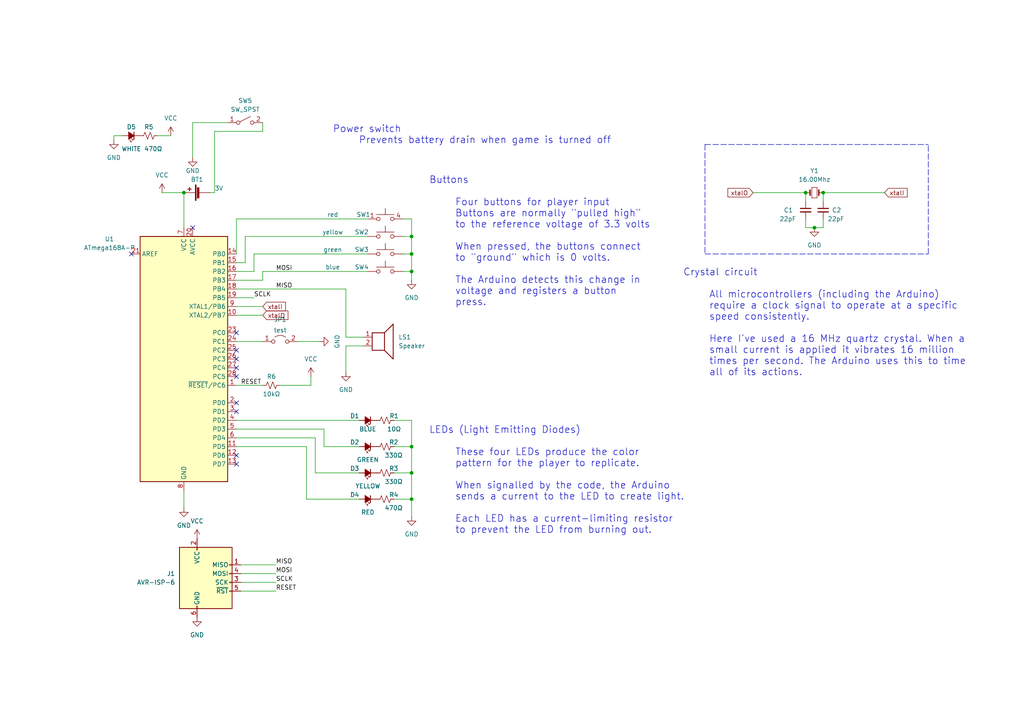
<source format=kicad_sch>
(kicad_sch (version 20211123) (generator eeschema)
  (paper "A4")
  (title_block (title "Simon Game") (date "2022-03-24") (company "by MIke Fischthal"))
  (lib_symbols
    (symbol "Connector:AVR-ISP-6" (pin_names (offset 1.016))
      (property "Reference" "J" (at -6.35 11.43 0))
      (property "Value" "AVR-ISP-6" (at 0 11.43 0))
      (symbol "AVR-ISP-6_0_1"
        (rectangle (start -2.667 -6.858) (end -2.413 -7.62))
        (rectangle (start -2.667 10.16) (end -2.413 9.398))
        (rectangle (start 7.62 -2.413) (end 6.858 -2.667))
        (rectangle (start 7.62 0.127) (end 6.858 -0.127))
        (rectangle (start 7.62 2.667) (end 6.858 2.413))
        (rectangle (start 7.62 5.207) (end 6.858 4.953))
        (rectangle (start 7.62 10.16) (end -7.62 -7.62) (stroke (width 0.254)) (fill (type background)))
      )
      (symbol "AVR-ISP-6_1_1"
        (pin passive line (at 10.16 5.08 180) (length 2.54) (name "MISO") (number "1"))
        (pin passive line (at -2.54 12.7 270) (length 2.54) (name "VCC") (number "2"))
        (pin passive line (at 10.16 0 180) (length 2.54) (name "SCK") (number "3"))
        (pin passive line (at 10.16 2.54 180) (length 2.54) (name "MOSI") (number "4"))
        (pin passive line (at 10.16 -2.54 180) (length 2.54) (name "~{RST}") (number "5"))
        (pin passive line (at -2.54 -10.16 90) (length 2.54) (name "GND") (number "6"))
      )
    )
    (symbol "Device:Battery_Cell" (pin_numbers hide) (pin_names (offset 0) hide)
      (property "Reference" "BT" (at 2.54 2.54 0))
      (property "Value" "Battery_Cell" (at 2.54 0 0))
      (symbol "Battery_Cell_0_1"
        (rectangle (start -2.286 1.778) (end 2.286 1.524) (fill (type outline)))
        (rectangle (start -1.5748 1.1938) (end 1.4732 0.6858) (fill (type outline)))
        (polyline (pts (xy 0 0.762) (xy 0 0)))
        (polyline (pts (xy 0 1.778) (xy 0 2.54)))
        (polyline (pts (xy 0.508 3.429) (xy 1.524 3.429)) (stroke (width 0.254)))
        (polyline (pts (xy 1.016 3.937) (xy 1.016 2.921)) (stroke (width 0.254)))
      )
      (symbol "Battery_Cell_1_1"
        (pin passive line (at 0 5.08 270) (length 2.54) (name "+") (number "1"))
        (pin passive line (at 0 -2.54 90) (length 2.54) (name "-") (number "2"))
      )
    )
    (symbol "Device:C_Small" (pin_numbers hide) (pin_names (offset 0.254) hide)
      (property "Reference" "C" (at 0.254 1.778 0))
      (property "Value" "C_Small" (at 0.254 -2.032 0))
      (symbol "C_Small_0_1"
        (polyline (pts (xy -1.524 -0.508) (xy 1.524 -0.508)) (stroke (width 0.3302)))
        (polyline (pts (xy -1.524 0.508) (xy 1.524 0.508)) (stroke (width 0.3048)))
      )
      (symbol "C_Small_1_1"
        (pin passive line (at 0 2.54 270) (length 2.032) (name "~") (number "1"))
        (pin passive line (at 0 -2.54 90) (length 2.032) (name "~") (number "2"))
      )
    )
    (symbol "Device:Crystal_Small" (pin_numbers hide) (pin_names (offset 1.016) hide)
      (property "Reference" "Y" (at 0 2.54 0))
      (property "Value" "Crystal_Small" (at 0 -2.54 0))
      (symbol "Crystal_Small_0_1"
        (rectangle (start -0.762 -1.524) (end 0.762 1.524))
        (polyline (pts (xy -1.27 -0.762) (xy -1.27 0.762)) (stroke (width 0.381)))
        (polyline (pts (xy 1.27 -0.762) (xy 1.27 0.762)) (stroke (width 0.381)))
      )
      (symbol "Crystal_Small_1_1"
        (pin passive line (at -2.54 0 0) (length 1.27) (name "1") (number "1"))
        (pin passive line (at 2.54 0 180) (length 1.27) (name "2") (number "2"))
      )
    )
    (symbol "Device:LED_Small_Filled" (pin_numbers hide) (pin_names (offset 0.254) hide)
      (property "Reference" "D" (at -1.27 3.175 0))
      (property "Value" "LED_Small_Filled" (at -4.445 -2.54 0))
      (symbol "LED_Small_Filled_0_1"
        (polyline (pts (xy -0.762 -1.016) (xy -0.762 1.016)) (stroke (width 0.254)))
        (polyline (pts (xy 1.016 0) (xy -0.762 0)))
        (polyline (pts (xy 0.762 -1.016) (xy -0.762 0) (xy 0.762 1.016) (xy 0.762 -1.016)) (stroke (width 0.254)) (fill (type outline)))
        (polyline (pts (xy 0 0.762) (xy -0.508 1.27) (xy -0.254 1.27) (xy -0.508 1.27) (xy -0.508 1.016)))
        (polyline (pts (xy 0.508 1.27) (xy 0 1.778) (xy 0.254 1.778) (xy 0 1.778) (xy 0 1.524)))
      )
      (symbol "LED_Small_Filled_1_1"
        (pin passive line (at -2.54 0 0) (length 1.778) (name "K") (number "1"))
        (pin passive line (at 2.54 0 180) (length 1.778) (name "A") (number "2"))
      )
    )
    (symbol "Device:R_Small_US" (pin_numbers hide) (pin_names (offset 0.254) hide)
      (property "Reference" "R" (at 0.762 0.508 0))
      (property "Value" "R_Small_US" (at 0.762 -1.016 0))
      (symbol "R_Small_US_1_1"
        (polyline (pts (xy 0 0) (xy 1.016 -0.381) (xy 0 -0.762) (xy -1.016 -1.143) (xy 0 -1.524)))
        (polyline (pts (xy 0 1.524) (xy 1.016 1.143) (xy 0 0.762) (xy -1.016 0.381) (xy 0 0)))
        (pin passive line (at 0 2.54 270) (length 1.016) (name "~") (number "1"))
        (pin passive line (at 0 -2.54 90) (length 1.016) (name "~") (number "2"))
      )
    )
    (symbol "Device:Speaker" (pin_names (offset 0) hide)
      (property "Reference" "LS" (at 1.27 5.715 0))
      (property "Value" "Speaker" (at 1.27 3.81 0))
      (symbol "Speaker_0_0"
        (rectangle (start -2.54 1.27) (end 1.016 -3.81) (stroke (width 0.254)))
        (polyline (pts (xy 1.016 1.27) (xy 3.556 3.81) (xy 3.556 -6.35) (xy 1.016 -3.81)) (stroke (width 0.254)))
      )
      (symbol "Speaker_1_1"
        (pin input line (at -5.08 0 0) (length 2.54) (name "1") (number "1"))
        (pin input line (at -5.08 -2.54 0) (length 2.54) (name "2") (number "2"))
      )
    )
    (symbol "Jumper:Jumper_2_Open" (pin_names (offset 0) hide)
      (property "Reference" "JP" (at 0 2.794 0))
      (property "Value" "Jumper_2_Open" (at 0 -2.286 0))
      (symbol "Jumper_2_Open_0_0"
        (circle (center -2.032 0) (radius 0.508))
        (circle (center 2.032 0) (radius 0.508))
      )
      (symbol "Jumper_2_Open_0_1"
        (arc (start 1.524 1.27) (mid 0 1.778) (end -1.524 1.27))
      )
      (symbol "Jumper_2_Open_1_1"
        (pin passive line (at -5.08 0 0) (length 2.54) (name "A") (number "1"))
        (pin passive line (at 5.08 0 180) (length 2.54) (name "B") (number "2"))
      )
    )
    (symbol "MCU_Microchip_ATmega:ATmega168A-P"
      (property "Reference" "U" (at -12.7 36.83 0))
      (property "Value" "ATmega168A-P" (at 2.54 -36.83 0))
      (symbol "ATmega168A-P_0_1"
        (rectangle (start -12.7 -35.56) (end 12.7 35.56) (stroke (width 0.254)) (fill (type background)))
      )
      (symbol "ATmega168A-P_1_1"
        (pin bidirectional line (at 15.24 -7.62 180) (length 2.54) (name "~{RESET}/PC6") (number "1"))
        (pin bidirectional line (at 15.24 12.7 180) (length 2.54) (name "XTAL2/PB7") (number "10"))
        (pin bidirectional line (at 15.24 -25.4 180) (length 2.54) (name "PD5") (number "11"))
        (pin bidirectional line (at 15.24 -27.94 180) (length 2.54) (name "PD6") (number "12"))
        (pin bidirectional line (at 15.24 -30.48 180) (length 2.54) (name "PD7") (number "13"))
        (pin bidirectional line (at 15.24 30.48 180) (length 2.54) (name "PB0") (number "14"))
        (pin bidirectional line (at 15.24 27.94 180) (length 2.54) (name "PB1") (number "15"))
        (pin bidirectional line (at 15.24 25.4 180) (length 2.54) (name "PB2") (number "16"))
        (pin bidirectional line (at 15.24 22.86 180) (length 2.54) (name "PB3") (number "17"))
        (pin bidirectional line (at 15.24 20.32 180) (length 2.54) (name "PB4") (number "18"))
        (pin bidirectional line (at 15.24 17.78 180) (length 2.54) (name "PB5") (number "19"))
        (pin bidirectional line (at 15.24 -12.7 180) (length 2.54) (name "PD0") (number "2"))
        (pin power_in line (at 2.54 38.1 270) (length 2.54) (name "AVCC") (number "20"))
        (pin passive line (at -15.24 30.48 0) (length 2.54) (name "AREF") (number "21"))
        (pin passive line (at 0 -38.1 90) (length 2.54) hide (name "GND") (number "22"))
        (pin bidirectional line (at 15.24 7.62 180) (length 2.54) (name "PC0") (number "23"))
        (pin bidirectional line (at 15.24 5.08 180) (length 2.54) (name "PC1") (number "24"))
        (pin bidirectional line (at 15.24 2.54 180) (length 2.54) (name "PC2") (number "25"))
        (pin bidirectional line (at 15.24 0 180) (length 2.54) (name "PC3") (number "26"))
        (pin bidirectional line (at 15.24 -2.54 180) (length 2.54) (name "PC4") (number "27"))
        (pin bidirectional line (at 15.24 -5.08 180) (length 2.54) (name "PC5") (number "28"))
        (pin bidirectional line (at 15.24 -15.24 180) (length 2.54) (name "PD1") (number "3"))
        (pin bidirectional line (at 15.24 -17.78 180) (length 2.54) (name "PD2") (number "4"))
        (pin bidirectional line (at 15.24 -20.32 180) (length 2.54) (name "PD3") (number "5"))
        (pin bidirectional line (at 15.24 -22.86 180) (length 2.54) (name "PD4") (number "6"))
        (pin power_in line (at 0 38.1 270) (length 2.54) (name "VCC") (number "7"))
        (pin power_in line (at 0 -38.1 90) (length 2.54) (name "GND") (number "8"))
        (pin bidirectional line (at 15.24 15.24 180) (length 2.54) (name "XTAL1/PB6") (number "9"))
      )
    )
    (symbol "SW_Push_1" (pin_names (offset 1.016) hide)
      (property "Reference" "SW1" (at -6.35 1.27 0))
      (property "Value" "SW_Push_1" (at -15.24 1.27 0))
      (symbol "SW_Push_1_0_1"
        (circle (center -2.032 0) (radius 0.508))
        (polyline (pts (xy 0 1.27) (xy 0 3.048)))
        (polyline (pts (xy 2.54 1.27) (xy -2.54 1.27)))
        (circle (center 2.032 0) (radius 0.508))
        (pin passive line (at -5.08 0 0) (length 2.54) (name "1") (number "1"))
        (pin passive line (at 5.08 0 180) (length 2.54) (name "2") (number "4"))
      )
    )
    (symbol "SW_Push_2" (pin_numbers hide) (pin_names (offset 1.016) hide)
      (property "Reference" "SW2" (at -8.89 1.27 0))
      (property "Value" "SW_Push_2" (at -15.24 -3.81 0))
      (symbol "SW_Push_2_0_1"
        (circle (center -2.032 0) (radius 0.508))
        (polyline (pts (xy 0 1.27) (xy 0 3.048)))
        (polyline (pts (xy 2.54 1.27) (xy -2.54 1.27)))
        (circle (center 2.032 0) (radius 0.508))
        (pin passive line (at -5.08 0 0) (length 2.54) (name "1") (number "1"))
        (pin passive line (at 5.08 0 180) (length 2.54) (name "2") (number "4"))
      )
    )
    (symbol "SW_Push_3" (pin_numbers hide) (pin_names (offset 1.016) hide)
      (property "Reference" "SW3" (at -8.89 1.27 0))
      (property "Value" "SW_Push_3" (at -15.24 6.35 0))
      (symbol "SW_Push_3_0_1"
        (circle (center -2.032 0) (radius 0.508))
        (polyline (pts (xy 0 1.27) (xy 0 3.048)))
        (polyline (pts (xy 2.54 1.27) (xy -2.54 1.27)))
        (circle (center 2.032 0) (radius 0.508))
        (pin passive line (at -5.08 0 0) (length 2.54) (name "1") (number "1"))
        (pin passive line (at 5.08 0 180) (length 2.54) (name "2") (number "4"))
      )
    )
    (symbol "Switch:SW_Push" (pin_numbers hide) (pin_names (offset 1.016) hide)
      (property "Reference" "SW4" (at -8.89 1.27 0))
      (property "Value" "blue" (at -15.24 1.27 0))
      (symbol "SW_Push_0_1"
        (circle (center -2.032 0) (radius 0.508))
        (polyline (pts (xy 0 1.27) (xy 0 3.048)))
        (polyline (pts (xy 2.54 1.27) (xy -2.54 1.27)))
        (circle (center 2.032 0) (radius 0.508))
        (pin passive line (at -5.08 0 0) (length 2.54) (name "1") (number "1"))
        (pin passive line (at 5.08 0 180) (length 2.54) (name "2") (number "4"))
      )
    )
    (symbol "Switch:SW_SPST" (pin_names (offset 0) hide)
      (property "Reference" "SW" (at 0 3.175 0))
      (property "Value" "SW_SPST" (at 0 -2.54 0))
      (symbol "SW_SPST_0_0"
        (circle (center -2.032 0) (radius 0.508))
        (polyline (pts (xy -1.524 0.254) (xy 1.524 1.778)))
        (circle (center 2.032 0) (radius 0.508))
      )
      (symbol "SW_SPST_1_1"
        (pin passive line (at -5.08 0 0) (length 2.54) (name "A") (number "1"))
        (pin passive line (at 5.08 0 180) (length 2.54) (name "B") (number "2"))
      )
    )
    (symbol "power:GND" (power) (pin_names (offset 0))
      (property "Value" "GND" (at 0 -3.81 0))
      (symbol "GND_0_1"
        (polyline (pts (xy 0 0) (xy 0 -1.27) (xy 1.27 -1.27) (xy 0 -2.54) (xy -1.27 -1.27) (xy 0 -1.27)))
      )
      (symbol "GND_1_1"
        (pin power_in line (at 0 0 270) (length 0) hide (name "GND") (number "1"))
      )
    )
    (symbol "power:VCC" (power) (pin_names (offset 0))
      (property "Value" "VCC" (at 0 3.81 0))
      (symbol "VCC_0_1"
        (polyline (pts (xy -0.762 1.27) (xy 0 2.54)))
        (polyline (pts (xy 0 0) (xy 0 2.54)))
        (polyline (pts (xy 0 2.54) (xy 0.762 1.27)))
      )
      (symbol "VCC_1_1"
        (pin power_in line (at 0 0 90) (length 0) hide (name "VCC") (number "1"))
      )
    )
  )
  (junction (at 119.38 144.78))
  (junction (at 238.76 55.88))
  (junction (at 233.68 55.88))
  (junction (at 53.34 55.88))
  (junction (at 119.38 137.16))
  (junction (at 119.38 73.66))
  (junction (at 119.38 129.54))
  (junction (at 119.38 78.74))
  (junction (at 236.22 66.04))
  (junction (at 119.38 68.58))
  (no_connect (at 68.58 132.08))
  (no_connect (at 68.58 104.14))
  (no_connect (at 68.58 106.68))
  (no_connect (at 68.58 109.22))
  (no_connect (at 68.58 116.84))
  (no_connect (at 68.58 119.38))
  (no_connect (at 68.58 134.62))
  (no_connect (at 55.88 66.04))
  (no_connect (at 68.58 96.52))
  (no_connect (at 38.1 73.66))
  (no_connect (at 68.58 101.6))
  (wire (pts (xy 68.58 111.76) (xy 76.2 111.76)))
  (wire (pts (xy 93.98 124.46) (xy 93.98 129.54)))
  (wire (pts (xy 68.58 124.46) (xy 93.98 124.46)))
  (wire (pts (xy 91.44 137.16) (xy 104.14 137.16)))
  (wire (pts (xy 233.68 55.88) (xy 233.68 58.42)))
  (wire (pts (xy 116.84 73.66) (xy 119.38 73.66)))
  (wire (pts (xy 91.44 127) (xy 91.44 137.16)))
  (wire (pts (xy 119.38 78.74) (xy 119.38 81.28)))
  (wire (pts (xy 86.36 99.06) (xy 92.71 99.06)))
  (wire (pts (xy 73.66 73.66) (xy 73.66 78.74)))
  (wire (pts (xy 69.85 166.37) (xy 80.01 166.37)))
  (polyline (pts (xy 204.47 41.91) (xy 204.47 73.66)))
  (wire (pts (xy 53.34 55.88) (xy 53.34 66.04)))
  (wire (pts (xy 71.12 68.58) (xy 71.12 76.2)))
  (wire (pts (xy 46.99 55.88) (xy 53.34 55.88)))
  (wire (pts (xy 119.38 68.58) (xy 119.38 73.66)))
  (wire (pts (xy 106.68 63.5) (xy 68.58 63.5)))
  (wire (pts (xy 116.84 68.58) (xy 119.38 68.58)))
  (wire (pts (xy 53.34 142.24) (xy 53.34 147.32)))
  (wire (pts (xy 69.85 171.45) (xy 80.01 171.45)))
  (wire (pts (xy 119.38 137.16) (xy 119.38 144.78)))
  (wire (pts (xy 68.58 121.92) (xy 104.14 121.92)))
  (wire (pts (xy 68.58 88.9) (xy 76.2 88.9)))
  (wire (pts (xy 119.38 121.92) (xy 119.38 129.54)))
  (wire (pts (xy 119.38 144.78) (xy 119.38 149.86)))
  (wire (pts (xy 69.85 168.91) (xy 80.01 168.91)))
  (wire (pts (xy 233.68 55.88) (xy 218.44 55.88)))
  (wire (pts (xy 76.2 78.74) (xy 76.2 81.28)))
  (wire (pts (xy 114.3 129.54) (xy 119.38 129.54)))
  (wire (pts (xy 60.96 55.88) (xy 62.23 55.88)))
  (polyline (pts (xy 204.47 73.66) (xy 269.24 73.66)))
  (polyline (pts (xy 269.24 73.66) (xy 269.24 41.91)))
  (wire (pts (xy 81.28 111.76) (xy 90.17 111.76)))
  (wire (pts (xy 62.23 38.1) (xy 76.2 38.1)))
  (wire (pts (xy 236.22 66.04) (xy 238.76 66.04)))
  (wire (pts (xy 68.58 129.54) (xy 88.9 129.54)))
  (wire (pts (xy 233.68 63.5) (xy 233.68 66.04)))
  (wire (pts (xy 106.68 78.74) (xy 76.2 78.74)))
  (wire (pts (xy 88.9 129.54) (xy 88.9 144.78)))
  (wire (pts (xy 238.76 55.88) (xy 238.76 58.42)))
  (wire (pts (xy 100.33 83.82) (xy 100.33 97.79)))
  (wire (pts (xy 238.76 63.5) (xy 238.76 66.04)))
  (wire (pts (xy 73.66 78.74) (xy 68.58 78.74)))
  (wire (pts (xy 69.85 163.83) (xy 80.01 163.83)))
  (wire (pts (xy 119.38 129.54) (xy 119.38 137.16)))
  (wire (pts (xy 114.3 137.16) (xy 119.38 137.16)))
  (wire (pts (xy 62.23 38.1) (xy 62.23 55.88)))
  (wire (pts (xy 68.58 99.06) (xy 76.2 99.06)))
  (wire (pts (xy 100.33 97.79) (xy 105.41 97.79)))
  (wire (pts (xy 88.9 144.78) (xy 104.14 144.78)))
  (wire (pts (xy 93.98 129.54) (xy 104.14 129.54)))
  (wire (pts (xy 116.84 63.5) (xy 119.38 63.5)))
  (wire (pts (xy 90.17 109.22) (xy 90.17 111.76)))
  (wire (pts (xy 119.38 73.66) (xy 119.38 78.74)))
  (wire (pts (xy 55.88 35.56) (xy 55.88 45.72)))
  (wire (pts (xy 76.2 81.28) (xy 68.58 81.28)))
  (wire (pts (xy 105.41 100.33) (xy 100.33 100.33)))
  (wire (pts (xy 68.58 127) (xy 91.44 127)))
  (wire (pts (xy 66.04 35.56) (xy 55.88 35.56)))
  (wire (pts (xy 76.2 91.44) (xy 68.58 91.44)))
  (wire (pts (xy 114.3 121.92) (xy 119.38 121.92)))
  (wire (pts (xy 106.68 73.66) (xy 73.66 73.66)))
  (wire (pts (xy 106.68 68.58) (xy 71.12 68.58)))
  (polyline (pts (xy 204.47 41.91) (xy 269.24 41.91)))
  (wire (pts (xy 233.68 66.04) (xy 236.22 66.04)))
  (wire (pts (xy 238.76 55.88) (xy 256.54 55.88)))
  (wire (pts (xy 35.56 39.37) (xy 33.02 39.37)))
  (wire (pts (xy 100.33 100.33) (xy 100.33 107.95)))
  (wire (pts (xy 116.84 78.74) (xy 119.38 78.74)))
  (wire (pts (xy 114.3 144.78) (xy 119.38 144.78)))
  (wire (pts (xy 68.58 86.36) (xy 73.66 86.36)))
  (wire (pts (xy 68.58 83.82) (xy 100.33 83.82)))
  (wire (pts (xy 71.12 76.2) (xy 68.58 76.2)))
  (wire (pts (xy 68.58 63.5) (xy 68.58 73.66)))
  (wire (pts (xy 45.72 39.37) (xy 49.53 39.37)))
  (wire (pts (xy 33.02 39.37) (xy 33.02 40.64)))
  (wire (pts (xy 119.38 63.5) (xy 119.38 68.58)))
  (wire (pts (xy 76.2 35.56) (xy 76.2 38.1)))
  (text "Buttons\n\n	Four buttons for player input\n	Buttons are normally \"pulled high\"\n	to the reference voltage of 3.3 volts\n\n	When pressed, the buttons connect\n	to \"ground\" which is 0 volts.\n\n	The Arduino detects this change in \n	voltage and registers a button\n	press." (at 124.46 88.9 0) (effects (font (size 2 2)) (justify left bottom)))
  (text "LEDs (Light Emitting Diodes)\n\n	These four LEDs produce the color\n	pattern for the player to replicate.\n	\n	When signalled by the code, the Arduino\n	sends a current to the LED to create light.\n\n	Each LED has a current-limiting resistor\n	to prevent the LED from burning out." (at 124.46 154.94 0) (effects (font (size 2 2)) (justify left bottom)))
  (text "Power switch\n	Prevents battery drain when game is turned off" (at 96.52 41.91 0) (effects (font (size 2 2)) (justify left bottom)))
  (text "Crystal circuit\n	\n	All microcontrollers (including the Arduino)\n	require a clock signal to operate at a specific\n	speed consistently. \n\n	Here I've used a 16 MHz quartz crystal. When a \n	small current is applied it vibrates 16 million \n	times per second. The Arduino uses this to time \n	all of its actions." (at 198.12 109.22 0) (effects (font (size 2 2)) (justify left bottom)))
  (label "MISO" (at 80.01 163.83 0))
  (label "MOSI" (at 80.01 78.74 0))
  (label "SCLK" (at 73.66 86.36 0))
  (label "MOSI" (at 80.01 166.37 0))
  (label "SCLK" (at 80.01 168.91 0))
  (label "RESET" (at 80.01 171.45 0))
  (label "RESET" (at 69.85 111.76 0))
  (label "MISO" (at 80.01 83.82 0))
  (global_label "xtalO" (shape input) (at 218.44 55.88 180) (property "Intersheet References" "${INTERSHEET_REFS}" (effects hide)))
  (global_label "xtalO" (shape input) (at 76.2 91.44 0) (property "Intersheet References" "${INTERSHEET_REFS}" (effects hide)))
  (global_label "xtalI" (shape input) (at 76.2 88.9 0) (property "Intersheet References" "${INTERSHEET_REFS}" (effects hide)))
  (global_label "xtalI" (shape input) (at 256.54 55.88 0) (property "Intersheet References" "${INTERSHEET_REFS}" (effects hide)))
  (symbol (lib_id "Device:Crystal_Small") (at 236.22 55.88 0) (unit 1)
    (property "Reference" "Y1" (at 236.22 49.53 0))
    (property "Value" "16.00Mhz" (at 236.22 52.07 0))
    (property "Footprint" "Crystal:Crystal_HC52-6mm_Vertical" (effects hide))
  )
  (symbol (lib_name "SW_Push_3") (lib_id "Switch:SW_Push") (at 111.76 73.66 0) (unit 1)
    (property "Reference" "SW3" (at 102.87 72.39 0) (effects (justify left)))
    (property "Value" "green" (at 96.52 72.39 0))
    (property "Footprint" "Button_Switch_THT:SW_PUSH_6mm" (effects hide))
  )
  (symbol (lib_id "Connector:AVR-ISP-6") (at 59.69 168.91 0) (unit 1)
    (property "Reference" "J1" (at 50.8 166.3699 0) (effects (justify right)))
    (property "Value" "AVR-ISP-6" (at 50.8 168.9099 0) (effects (justify right)))
    (property "Footprint" "Connector_IDC:IDC-Header_2x03_P2.54mm_Vertical" (effects hide))
    (property "Datasheet" " ~" (effects hide))
  )
  (symbol (lib_id "Device:LED_Small_Filled") (at 106.68 129.54 180) (unit 1)
    (property "Reference" "D2" (at 102.87 128.27 0))
    (property "Value" "GREEN" (at 106.68 133.35 0))
    (property "Footprint" "LED_THT:LED_D5.0mm" (effects hide))
  )
  (symbol (lib_id "Device:LED_Small_Filled") (at 106.68 144.78 180) (unit 1)
    (property "Reference" "D4" (at 102.87 143.51 0))
    (property "Value" "RED" (at 106.68 148.59 0))
    (property "Footprint" "LED_THT:LED_D5.0mm" (effects hide))
  )
  (symbol (lib_id "Device:C_Small") (at 233.68 60.96 0) (unit 1)
    (property "Reference" "C1" (at 227.33 60.96 0) (effects (justify left)))
    (property "Value" "22pF" (at 226.06 63.5 0) (effects (justify left)))
    (property "Footprint" "Capacitor_THT:C_Disc_D7.5mm_W5.0mm_P5.00mm" (effects hide))
  )
  (symbol (lib_id "power:VCC") (at 46.99 55.88 0) (unit 1)
    (property "Reference" "#PWR02" (effects hide))
    (property "Value" "VCC" (at 46.99 50.8 0))
  )
  (symbol (lib_id "Device:LED_Small_Filled") (at 106.68 137.16 180) (unit 1)
    (property "Reference" "D3" (at 102.87 135.89 0))
    (property "Value" "YELLOW" (at 106.68 140.97 0))
    (property "Footprint" "LED_THT:LED_D5.0mm" (effects hide))
  )
  (symbol (lib_id "power:VCC") (at 57.15 156.21 0) (unit 1)
    (property "Reference" "#PWR06" (effects hide))
    (property "Value" "VCC" (at 57.15 151.13 0))
  )
  (symbol (lib_id "power:GND") (at 100.33 107.95 0) (unit 1)
    (property "Reference" "#PWR010" (effects hide))
    (property "Value" "GND" (at 100.33 113.03 0))
  )
  (symbol (lib_id "Jumper:Jumper_2_Open") (at 81.28 99.06 0) (unit 1)
    (property "Reference" "JP1" (at 81.28 92.71 0))
    (property "Value" "test" (at 81.28 95.758 0))
    (property "Footprint" "Connector_PinHeader_2.54mm:PinHeader_1x02_P2.54mm_Vertical" (effects hide))
  )
  (symbol (lib_id "power:GND") (at 119.38 149.86 0) (unit 1)
    (property "Reference" "#PWR012" (effects hide))
    (property "Value" "GND" (at 119.38 154.94 0))
  )
  (symbol (lib_id "power:GND") (at 33.02 40.64 0) (unit 1)
    (property "Reference" "#PWR01" (effects hide))
    (property "Value" "GND" (at 33.02 45.72 0))
  )
  (symbol (lib_id "Device:LED_Small_Filled") (at 38.1 39.37 180) (unit 1)
    (property "Reference" "D5" (at 38.1 36.83 0))
    (property "Value" "WHITE" (at 38.1 43.18 0))
    (property "Footprint" "LED_THT:LED_D5.0mm" (effects hide))
  )
  (symbol (lib_id "Switch:SW_SPST") (at 71.12 35.56 0) (unit 1)
    (property "Reference" "SW5" (at 71.12 29.21 0))
    (property "Value" "SW_SPST" (at 71.12 31.75 0))
    (property "Footprint" "Button_Switch_THT:SW_DIP_SPSTx01_Slide_9.78x4.72mm_W7.62mm_P2.54mm" (effects hide))
  )
  (symbol (lib_id "power:GND") (at 92.71 99.06 90) (unit 1)
    (property "Reference" "#PWR09" (effects hide))
    (property "Value" "GND" (at 97.79 99.06 0))
  )
  (symbol (lib_id "Device:R_Small_US") (at 111.76 144.78 90) (unit 1)
    (property "Reference" "R4" (at 115.57 143.51 90) (effects (justify left)))
    (property "Value" "470Ω" (at 116.84 147.32 90) (effects (justify left)))
    (property "Footprint" "Resistor_THT:R_Axial_DIN0207_L6.3mm_D2.5mm_P10.16mm_Horizontal" (effects hide))
  )
  (symbol (lib_id "power:GND") (at 57.15 179.07 0) (unit 1)
    (property "Reference" "#PWR07" (effects hide))
    (property "Value" "GND" (at 57.15 184.15 0))
  )
  (symbol (lib_id "power:GND") (at 236.22 66.04 0) (unit 1)
    (property "Reference" "#PWR013" (effects hide))
    (property "Value" "GND" (at 236.22 71.12 0))
  )
  (symbol (lib_id "Device:R_Small_US") (at 43.18 39.37 270) (unit 1)
    (property "Reference" "R5" (at 43.18 36.83 90))
    (property "Value" "470Ω" (at 44.45 43.18 90))
    (property "Footprint" "Resistor_THT:R_Axial_DIN0207_L6.3mm_D2.5mm_P10.16mm_Horizontal" (effects hide))
  )
  (symbol (lib_id "Device:Speaker") (at 110.49 97.79 0) (unit 1)
    (property "Reference" "LS1" (at 115.57 97.7899 0) (effects (justify left)))
    (property "Value" "Speaker" (at 115.57 100.3299 0) (effects (justify left)))
    (property "Footprint" "SamacSys_Parts:CPT111783SMTTR" (effects hide))
  )
  (symbol (lib_id "power:VCC") (at 49.53 39.37 0) (unit 1)
    (property "Reference" "#PWR03" (effects hide))
    (property "Value" "VCC" (at 49.53 34.29 0))
  )
  (symbol (lib_id "Device:R_Small_US") (at 78.74 111.76 270) (unit 1)
    (property "Reference" "R6" (at 78.74 109.22 90))
    (property "Value" "10kΩ" (at 78.74 114.3 90))
    (property "Footprint" "Resistor_THT:R_Axial_DIN0207_L6.3mm_D2.5mm_P10.16mm_Horizontal" (effects hide))
  )
  (symbol (lib_id "Device:R_Small_US") (at 111.76 137.16 90) (unit 1)
    (property "Reference" "R3" (at 115.57 135.89 90) (effects (justify left)))
    (property "Value" "330Ω" (at 116.84 139.7 90) (effects (justify left)))
    (property "Footprint" "Resistor_THT:R_Axial_DIN0207_L6.3mm_D2.5mm_P10.16mm_Horizontal" (effects hide))
  )
  (symbol (lib_id "power:GND") (at 53.34 147.32 0) (unit 1)
    (property "Reference" "#PWR04" (effects hide))
    (property "Value" "GND" (at 53.34 152.4 0))
  )
  (symbol (lib_id "Device:C_Small") (at 238.76 60.96 0) (unit 1)
    (property "Reference" "C2" (at 241.3 60.96 0) (effects (justify left)))
    (property "Value" "22pF" (at 240.03 63.5 0) (effects (justify left)))
    (property "Footprint" "Capacitor_THT:C_Disc_D7.5mm_W5.0mm_P5.00mm" (effects hide))
  )
  (symbol (lib_id "Device:R_Small_US") (at 111.76 129.54 90) (unit 1)
    (property "Reference" "R2" (at 115.57 128.27 90) (effects (justify left)))
    (property "Value" "330Ω" (at 116.84 132.08 90) (effects (justify left)))
    (property "Footprint" "Resistor_THT:R_Axial_DIN0207_L6.3mm_D2.5mm_P10.16mm_Horizontal" (effects hide))
  )
  (symbol (lib_id "Device:LED_Small_Filled") (at 106.68 121.92 180) (unit 1)
    (property "Reference" "D1" (at 102.87 120.65 0))
    (property "Value" "BLUE" (at 106.68 124.46 0))
    (property "Footprint" "LED_THT:LED_D5.0mm" (effects hide))
  )
  (symbol (lib_id "Device:Battery_Cell") (at 58.42 55.88 90) (unit 1)
    (property "Reference" "BT1" (at 57.15 52.07 90))
    (property "Value" "3V" (at 63.5 54.61 90))
    (property "Footprint" "SamacSys_Parts:SMTU2032LF" (effects hide))
  )
  (symbol (lib_id "Device:R_Small_US") (at 111.76 121.92 270) (unit 1)
    (property "Reference" "R1" (at 114.3 120.65 90))
    (property "Value" "10Ω" (at 114.3 124.46 90))
    (property "Footprint" "Resistor_THT:R_Axial_DIN0207_L6.3mm_D2.5mm_P10.16mm_Horizontal" (effects hide))
  )
  (symbol (lib_id "power:GND") (at 119.38 81.28 0) (unit 1)
    (property "Reference" "#PWR011" (effects hide))
    (property "Value" "GND" (at 119.38 86.36 0))
  )
  (symbol (lib_id "power:GND") (at 55.88 45.72 0) (unit 1)
    (property "Reference" "#PWR05" (effects hide))
    (property "Value" "GND" (at 55.88 49.53 0))
  )
  (symbol (lib_id "MCU_Microchip_ATmega:ATmega168A-P") (at 53.34 104.14 0) (unit 1)
    (property "Reference" "U1" (at 31.75 69.3293 0))
    (property "Value" "ATmega168A-P" (at 31.75 71.8693 0))
    (property "Footprint" "Package_DIP:DIP-28_W7.62mm" (effects hide))
    (property "Datasheet" "http://ww1.microchip.com/downloads/en/DeviceDoc/ATmega48A_88A_168A-Data-Sheet-40002007A.pdf" (effects hide))
  )
  (symbol (lib_id "power:VCC") (at 90.17 109.22 0) (unit 1)
    (property "Reference" "#PWR08" (effects hide))
    (property "Value" "VCC" (at 90.17 104.14 0))
  )
  (symbol (lib_id "Switch:SW_Push") (at 111.76 78.74 0) (unit 1)
    (property "Reference" "SW4" (at 102.87 77.47 0) (effects (justify left)))
    (property "Value" "blue" (at 96.52 77.47 0))
    (property "Footprint" "Button_Switch_THT:SW_PUSH_6mm" (effects hide))
  )
  (symbol (lib_name "SW_Push_1") (lib_id "Switch:SW_Push") (at 111.76 63.5 0) (unit 1)
    (property "Reference" "SW1" (at 105.41 62.23 0))
    (property "Value" "red" (at 96.52 62.23 0))
    (property "Footprint" "Button_Switch_THT:SW_PUSH_6mm" (effects hide))
  )
  (symbol (lib_name "SW_Push_2") (lib_id "Switch:SW_Push") (at 111.76 68.58 0) (unit 1)
    (property "Reference" "SW2" (at 102.87 67.31 0) (effects (justify left)))
    (property "Value" "yellow" (at 96.52 67.31 0))
    (property "Footprint" "Button_Switch_THT:SW_PUSH_6mm" (effects hide))
  )
)
</source>
